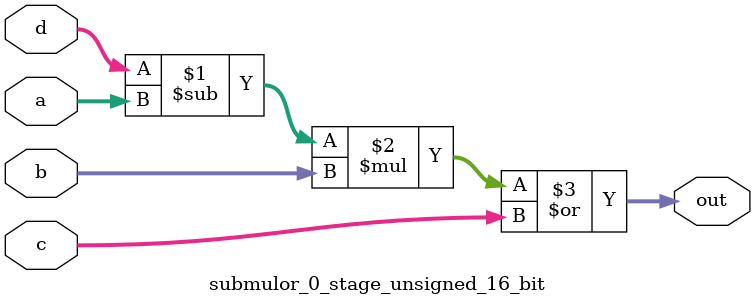
<source format=sv>
(* use_dsp = "yes" *) module submulor_0_stage_unsigned_16_bit(
	input  [15:0] a,
	input  [15:0] b,
	input  [15:0] c,
	input  [15:0] d,
	output [15:0] out
	);

	assign out = ((d - a) * b) | c;
endmodule

</source>
